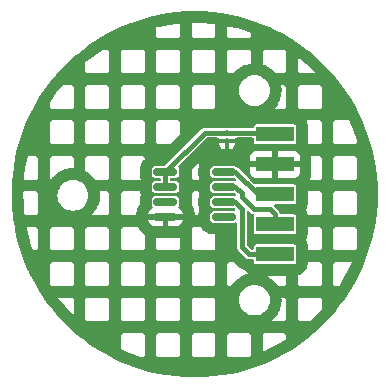
<source format=gbr>
%TF.GenerationSoftware,KiCad,Pcbnew,8.0.4*%
%TF.CreationDate,2024-09-16T16:17:47+01:00*%
%TF.ProjectId,algoritmi_motor,616c676f-7269-4746-9d69-5f6d6f746f72,rev?*%
%TF.SameCoordinates,Original*%
%TF.FileFunction,Copper,L1,Top*%
%TF.FilePolarity,Positive*%
%FSLAX46Y46*%
G04 Gerber Fmt 4.6, Leading zero omitted, Abs format (unit mm)*
G04 Created by KiCad (PCBNEW 8.0.4) date 2024-09-16 16:17:47*
%MOMM*%
%LPD*%
G01*
G04 APERTURE LIST*
G04 Aperture macros list*
%AMRoundRect*
0 Rectangle with rounded corners*
0 $1 Rounding radius*
0 $2 $3 $4 $5 $6 $7 $8 $9 X,Y pos of 4 corners*
0 Add a 4 corners polygon primitive as box body*
4,1,4,$2,$3,$4,$5,$6,$7,$8,$9,$2,$3,0*
0 Add four circle primitives for the rounded corners*
1,1,$1+$1,$2,$3*
1,1,$1+$1,$4,$5*
1,1,$1+$1,$6,$7*
1,1,$1+$1,$8,$9*
0 Add four rect primitives between the rounded corners*
20,1,$1+$1,$2,$3,$4,$5,0*
20,1,$1+$1,$4,$5,$6,$7,0*
20,1,$1+$1,$6,$7,$8,$9,0*
20,1,$1+$1,$8,$9,$2,$3,0*%
G04 Aperture macros list end*
%TA.AperFunction,SMDPad,CuDef*%
%ADD10R,3.180000X1.270000*%
%TD*%
%TA.AperFunction,SMDPad,CuDef*%
%ADD11RoundRect,0.150000X-0.825000X-0.150000X0.825000X-0.150000X0.825000X0.150000X-0.825000X0.150000X0*%
%TD*%
%TA.AperFunction,SMDPad,CuDef*%
%ADD12RoundRect,0.100000X-0.100000X0.130000X-0.100000X-0.130000X0.100000X-0.130000X0.100000X0.130000X0*%
%TD*%
%TA.AperFunction,Conductor*%
%ADD13C,0.400000*%
%TD*%
G04 APERTURE END LIST*
D10*
%TO.P,J1,1,1*%
%TO.N,+3.3V*%
X147800000Y-95263673D03*
%TO.P,J1,2,2*%
%TO.N,GND*%
X147800000Y-97803673D03*
%TO.P,J1,3,3*%
%TO.N,CSN*%
X147800000Y-100343673D03*
%TO.P,J1,4,4*%
%TO.N,CLK*%
X147800000Y-102883673D03*
%TO.P,J1,5,5*%
%TO.N,DO*%
X147800000Y-105423673D03*
%TD*%
D11*
%TO.P,U1,1,VDD*%
%TO.N,+3.3V*%
X138525000Y-98438673D03*
%TO.P,U1,2,MODE*%
X138525000Y-99708673D03*
%TO.P,U1,3,ANALOG/PWM*%
%TO.N,unconnected-(U1-ANALOG{slash}PWM-Pad3)*%
X138525000Y-100978673D03*
%TO.P,U1,4,GND*%
%TO.N,GND*%
X138525000Y-102248673D03*
%TO.P,U1,5,PUSH*%
%TO.N,unconnected-(U1-PUSH-Pad5)*%
X143475000Y-102248673D03*
%TO.P,U1,6,A/U/SDA/DO*%
%TO.N,DO*%
X143475000Y-100978673D03*
%TO.P,U1,7,B/V/SCL/CLK*%
%TO.N,CLK*%
X143475000Y-99708673D03*
%TO.P,U1,8,Z/W/CSN*%
%TO.N,CSN*%
X143475000Y-98438673D03*
%TD*%
D12*
%TO.P,C1,1*%
%TO.N,+3.3V*%
X143730000Y-95120000D03*
%TO.P,C1,2*%
%TO.N,GND*%
X143730000Y-95830000D03*
%TD*%
D13*
%TO.N,+3.3V*%
X138525000Y-98438673D02*
X141843673Y-95120000D01*
X141843673Y-95120000D02*
X147656327Y-95120000D01*
X138525000Y-99708673D02*
X138525000Y-98438673D01*
X147656327Y-95120000D02*
X147800000Y-95263673D01*
%TO.N,CSN*%
X146354999Y-100343673D02*
X147800000Y-100343673D01*
X144449999Y-98438673D02*
X146354999Y-100343673D01*
X143475000Y-98438673D02*
X144449999Y-98438673D01*
%TO.N,DO*%
X144378673Y-100978673D02*
X145000000Y-101600000D01*
X145000000Y-104800000D02*
X145623673Y-105423673D01*
X145623673Y-105423673D02*
X147800000Y-105423673D01*
X145000000Y-101600000D02*
X145000000Y-104800000D01*
X143475000Y-100978673D02*
X144378673Y-100978673D01*
%TO.N,CLK*%
X143475000Y-99708673D02*
X144449999Y-99708673D01*
X147800000Y-102000000D02*
X147800000Y-102883673D01*
X144449999Y-99708673D02*
X145000000Y-100258674D01*
X145000000Y-100568672D02*
X146031328Y-101600000D01*
X146031328Y-101600000D02*
X147400000Y-101600000D01*
X145000000Y-100258674D02*
X145000000Y-100568672D01*
X147400000Y-101600000D02*
X147800000Y-102000000D01*
%TD*%
%TA.AperFunction,Conductor*%
%TO.N,GND*%
G36*
X141781900Y-84863986D02*
G01*
X141788156Y-84864303D01*
X142564933Y-84923458D01*
X142571183Y-84924094D01*
X143343936Y-85022510D01*
X143350136Y-85023460D01*
X144116966Y-85160900D01*
X144123066Y-85162154D01*
X144881930Y-85338252D01*
X144887980Y-85339818D01*
X145636974Y-85554132D01*
X145642948Y-85556007D01*
X146380096Y-85807971D01*
X146385959Y-85810143D01*
X147109424Y-86099129D01*
X147115171Y-86101596D01*
X147365170Y-86216464D01*
X147823016Y-86426832D01*
X147828657Y-86429598D01*
X148519154Y-86790284D01*
X148524647Y-86793333D01*
X148776942Y-86941850D01*
X149195995Y-87188531D01*
X149201317Y-87191850D01*
X149851729Y-87620508D01*
X149856884Y-87624094D01*
X150484819Y-88085195D01*
X150489768Y-88089026D01*
X150680532Y-88244574D01*
X151093508Y-88581312D01*
X151098275Y-88585404D01*
X151676322Y-89107650D01*
X151680875Y-89111979D01*
X152231693Y-89662797D01*
X152236022Y-89667350D01*
X152758268Y-90245397D01*
X152762360Y-90250164D01*
X153254638Y-90853894D01*
X153258484Y-90858862D01*
X153719576Y-91486786D01*
X153723164Y-91491943D01*
X154151822Y-92142355D01*
X154155146Y-92147686D01*
X154550339Y-92819025D01*
X154553388Y-92824518D01*
X154914074Y-93515015D01*
X154916840Y-93520656D01*
X155242070Y-94228488D01*
X155244548Y-94234261D01*
X155533524Y-94957699D01*
X155535706Y-94963591D01*
X155787662Y-95700714D01*
X155789543Y-95706708D01*
X156003850Y-96455676D01*
X156005424Y-96461758D01*
X156181512Y-97220579D01*
X156182777Y-97226733D01*
X156320211Y-97993531D01*
X156321162Y-97999741D01*
X156419578Y-98772489D01*
X156420214Y-98778739D01*
X156479368Y-99555507D01*
X156479686Y-99561782D01*
X156499420Y-100340532D01*
X156499420Y-100346814D01*
X156479686Y-101125563D01*
X156479368Y-101131838D01*
X156420214Y-101908606D01*
X156419578Y-101914856D01*
X156321162Y-102687604D01*
X156320211Y-102693814D01*
X156182777Y-103460612D01*
X156181512Y-103466766D01*
X156005424Y-104225587D01*
X156003850Y-104231669D01*
X155789543Y-104980637D01*
X155787662Y-104986631D01*
X155535706Y-105723754D01*
X155533524Y-105729646D01*
X155244548Y-106453084D01*
X155242070Y-106458857D01*
X154916840Y-107166689D01*
X154914074Y-107172330D01*
X154553388Y-107862827D01*
X154550339Y-107868320D01*
X154155146Y-108539659D01*
X154151822Y-108544990D01*
X153723164Y-109195402D01*
X153719576Y-109200559D01*
X153258484Y-109828483D01*
X153254638Y-109833451D01*
X152762360Y-110437181D01*
X152758268Y-110441948D01*
X152236022Y-111019995D01*
X152231693Y-111024548D01*
X151680875Y-111575366D01*
X151676322Y-111579695D01*
X151098275Y-112101941D01*
X151093508Y-112106033D01*
X150489778Y-112598311D01*
X150484810Y-112602157D01*
X149856886Y-113063249D01*
X149851729Y-113066837D01*
X149201317Y-113495495D01*
X149195986Y-113498819D01*
X148524647Y-113894012D01*
X148519154Y-113897061D01*
X147828657Y-114257747D01*
X147823016Y-114260513D01*
X147115184Y-114585743D01*
X147109411Y-114588221D01*
X146385973Y-114877197D01*
X146380081Y-114879379D01*
X145642958Y-115131335D01*
X145636964Y-115133216D01*
X144887996Y-115347523D01*
X144881914Y-115349097D01*
X144123093Y-115525185D01*
X144116939Y-115526450D01*
X143350141Y-115663884D01*
X143343931Y-115664835D01*
X142571183Y-115763251D01*
X142564933Y-115763887D01*
X141788165Y-115823041D01*
X141781890Y-115823359D01*
X141003141Y-115843093D01*
X140996859Y-115843093D01*
X140218109Y-115823359D01*
X140211834Y-115823041D01*
X139435066Y-115763887D01*
X139428816Y-115763251D01*
X138656068Y-115664835D01*
X138649858Y-115663884D01*
X137883060Y-115526450D01*
X137876906Y-115525185D01*
X137118085Y-115349097D01*
X137112003Y-115347523D01*
X136363035Y-115133216D01*
X136357041Y-115131335D01*
X135619918Y-114879379D01*
X135614026Y-114877197D01*
X134890588Y-114588221D01*
X134884815Y-114585743D01*
X134176983Y-114260513D01*
X134171342Y-114257747D01*
X133480845Y-113897061D01*
X133475352Y-113894012D01*
X132804013Y-113498819D01*
X132798682Y-113495495D01*
X132148270Y-113066837D01*
X132143113Y-113063249D01*
X131515189Y-112602157D01*
X131510221Y-112598311D01*
X131509020Y-112597332D01*
X131387725Y-112498429D01*
X131076398Y-112244574D01*
X134748539Y-112244574D01*
X134748539Y-113424821D01*
X135281358Y-113669638D01*
X135963674Y-113942188D01*
X136408435Y-114094212D01*
X136598177Y-114094212D01*
X136750539Y-113941850D01*
X136750539Y-112244574D01*
X137748539Y-112244574D01*
X137748539Y-113941850D01*
X137900901Y-114094212D01*
X139598177Y-114094212D01*
X139750539Y-113941850D01*
X139750539Y-112244574D01*
X140748539Y-112244574D01*
X140748539Y-113941850D01*
X140900901Y-114094212D01*
X142598177Y-114094212D01*
X142750539Y-113941850D01*
X142750539Y-112244574D01*
X143748539Y-112244574D01*
X143748539Y-113941850D01*
X143900901Y-114094212D01*
X145591563Y-114094212D01*
X145601610Y-114090777D01*
X145750539Y-113941849D01*
X145750539Y-112244574D01*
X146748539Y-112244574D01*
X146748539Y-113655900D01*
X147386202Y-113362910D01*
X148037450Y-113022727D01*
X148670626Y-112649999D01*
X148750539Y-112597332D01*
X148750539Y-112244574D01*
X148598177Y-112092212D01*
X146900901Y-112092212D01*
X146748539Y-112244574D01*
X145750539Y-112244574D01*
X145598177Y-112092212D01*
X143900901Y-112092212D01*
X143748539Y-112244574D01*
X142750539Y-112244574D01*
X142598177Y-112092212D01*
X140900901Y-112092212D01*
X140748539Y-112244574D01*
X139750539Y-112244574D01*
X139598177Y-112092212D01*
X137900901Y-112092212D01*
X137748539Y-112244574D01*
X136750539Y-112244574D01*
X136598177Y-112092212D01*
X134900901Y-112092212D01*
X134748539Y-112244574D01*
X131076398Y-112244574D01*
X130906491Y-112106033D01*
X130901724Y-112101941D01*
X130323677Y-111579695D01*
X130319124Y-111575366D01*
X129768306Y-111024548D01*
X129763977Y-111019995D01*
X129241731Y-110441948D01*
X129237639Y-110437181D01*
X128745361Y-109833451D01*
X128741515Y-109828483D01*
X128695759Y-109766172D01*
X128280421Y-109200557D01*
X128276835Y-109195402D01*
X128208827Y-109092212D01*
X129439033Y-109092212D01*
X129532832Y-109219950D01*
X129997108Y-109789337D01*
X130489662Y-110334520D01*
X130750539Y-110595397D01*
X130750539Y-109244574D01*
X131748539Y-109244574D01*
X131748539Y-110941850D01*
X131900901Y-111094212D01*
X133598177Y-111094212D01*
X133750539Y-110941850D01*
X133750539Y-109244574D01*
X134748539Y-109244574D01*
X134748539Y-110941850D01*
X134900901Y-111094212D01*
X136598177Y-111094212D01*
X136750539Y-110941850D01*
X136750539Y-109244574D01*
X137748539Y-109244574D01*
X137748539Y-110941850D01*
X137900901Y-111094212D01*
X139598177Y-111094212D01*
X139750539Y-110941850D01*
X139750539Y-109244574D01*
X140748539Y-109244574D01*
X140748539Y-110941850D01*
X140900901Y-111094212D01*
X142598177Y-111094212D01*
X147502973Y-111094212D01*
X148598177Y-111094212D01*
X148750539Y-110941850D01*
X148750539Y-109244574D01*
X149748539Y-109244574D01*
X149748539Y-110941850D01*
X149900901Y-111094212D01*
X150724979Y-111094212D01*
X150990847Y-110854008D01*
X151510335Y-110334520D01*
X151750539Y-110068651D01*
X151750539Y-109244574D01*
X151598177Y-109092212D01*
X149900901Y-109092212D01*
X149748539Y-109244574D01*
X148750539Y-109244574D01*
X148598177Y-109092212D01*
X148345233Y-109092212D01*
X148357895Y-109236935D01*
X148358249Y-109242332D01*
X148359677Y-109275032D01*
X148359795Y-109280442D01*
X148359795Y-109324000D01*
X148359677Y-109329410D01*
X148358249Y-109362110D01*
X148357895Y-109367507D01*
X148334266Y-109637588D01*
X148333677Y-109642965D01*
X148329406Y-109675409D01*
X148328583Y-109680756D01*
X148321020Y-109723651D01*
X148319965Y-109728958D01*
X148312880Y-109760917D01*
X148311594Y-109766172D01*
X148241422Y-110028062D01*
X148239907Y-110033259D01*
X148230058Y-110064494D01*
X148228317Y-110069622D01*
X148213416Y-110110554D01*
X148211457Y-110115592D01*
X148198938Y-110145813D01*
X148196760Y-110150762D01*
X148082184Y-110396470D01*
X148079790Y-110401324D01*
X148064674Y-110430360D01*
X148062073Y-110435101D01*
X148040295Y-110472822D01*
X148037487Y-110477449D01*
X148019905Y-110505046D01*
X148016901Y-110509542D01*
X147861401Y-110731622D01*
X147858204Y-110735982D01*
X147838284Y-110761944D01*
X147834897Y-110766165D01*
X147806898Y-110799534D01*
X147803330Y-110803602D01*
X147781212Y-110827740D01*
X147777470Y-110831649D01*
X147585755Y-111023364D01*
X147581846Y-111027106D01*
X147557708Y-111049224D01*
X147553640Y-111052792D01*
X147520271Y-111080791D01*
X147516050Y-111084178D01*
X147502973Y-111094212D01*
X142598177Y-111094212D01*
X142750539Y-110941850D01*
X142750539Y-109302219D01*
X144750859Y-109302219D01*
X144750859Y-109302222D01*
X144770691Y-109528907D01*
X144770693Y-109528918D01*
X144829585Y-109748709D01*
X144829588Y-109748718D01*
X144925758Y-109954953D01*
X144925759Y-109954955D01*
X145056281Y-110141362D01*
X145217185Y-110302266D01*
X145217188Y-110302268D01*
X145403593Y-110432789D01*
X145609831Y-110528960D01*
X145829635Y-110587856D01*
X145991557Y-110602022D01*
X146056325Y-110607689D01*
X146056327Y-110607689D01*
X146056329Y-110607689D01*
X146113000Y-110602730D01*
X146283019Y-110587856D01*
X146502823Y-110528960D01*
X146709061Y-110432789D01*
X146895466Y-110302268D01*
X147056374Y-110141360D01*
X147186895Y-109954955D01*
X147283066Y-109748717D01*
X147341962Y-109528913D01*
X147361795Y-109302221D01*
X147341962Y-109075529D01*
X147283066Y-108855725D01*
X147186895Y-108649487D01*
X147056374Y-108463082D01*
X147056372Y-108463079D01*
X146895468Y-108302175D01*
X146709061Y-108171653D01*
X146709059Y-108171652D01*
X146502824Y-108075482D01*
X146502815Y-108075479D01*
X146283024Y-108016587D01*
X146283020Y-108016586D01*
X146283019Y-108016586D01*
X146283018Y-108016585D01*
X146283013Y-108016585D01*
X146056329Y-107996753D01*
X146056325Y-107996753D01*
X145829640Y-108016585D01*
X145829629Y-108016587D01*
X145609838Y-108075479D01*
X145609829Y-108075482D01*
X145403594Y-108171652D01*
X145403592Y-108171653D01*
X145217185Y-108302175D01*
X145056281Y-108463079D01*
X144925759Y-108649486D01*
X144925758Y-108649488D01*
X144829588Y-108855723D01*
X144829585Y-108855732D01*
X144770693Y-109075523D01*
X144770691Y-109075534D01*
X144750859Y-109302219D01*
X142750539Y-109302219D01*
X142750539Y-109244574D01*
X142598177Y-109092212D01*
X140900901Y-109092212D01*
X140748539Y-109244574D01*
X139750539Y-109244574D01*
X139598177Y-109092212D01*
X137900901Y-109092212D01*
X137748539Y-109244574D01*
X136750539Y-109244574D01*
X136598177Y-109092212D01*
X134900901Y-109092212D01*
X134748539Y-109244574D01*
X133750539Y-109244574D01*
X133598177Y-109092212D01*
X131900901Y-109092212D01*
X131748539Y-109244574D01*
X130750539Y-109244574D01*
X130598177Y-109092212D01*
X129439033Y-109092212D01*
X128208827Y-109092212D01*
X128152846Y-109007271D01*
X127848172Y-108544983D01*
X127844853Y-108539659D01*
X127449660Y-107868320D01*
X127446611Y-107862827D01*
X127085925Y-107172330D01*
X127083159Y-107166689D01*
X126980658Y-106943606D01*
X126757923Y-106458844D01*
X126755451Y-106453084D01*
X126730862Y-106391527D01*
X126672162Y-106244574D01*
X128748539Y-106244574D01*
X128748539Y-107941850D01*
X128900901Y-108094212D01*
X130598177Y-108094212D01*
X130750539Y-107941850D01*
X130750539Y-106244574D01*
X131748539Y-106244574D01*
X131748539Y-107941850D01*
X131900901Y-108094212D01*
X133598177Y-108094212D01*
X133750539Y-107941850D01*
X133750539Y-106244574D01*
X134748539Y-106244574D01*
X134748539Y-107941850D01*
X134900901Y-108094212D01*
X136598177Y-108094212D01*
X136750539Y-107941850D01*
X136750539Y-106244574D01*
X137748539Y-106244574D01*
X137748539Y-107941850D01*
X137900901Y-108094212D01*
X139598177Y-108094212D01*
X139750539Y-107941850D01*
X139750539Y-106244574D01*
X140748539Y-106244574D01*
X140748539Y-107941850D01*
X140900901Y-108094212D01*
X142598177Y-108094212D01*
X142750539Y-107941850D01*
X142750539Y-106244574D01*
X143748539Y-106244574D01*
X143748539Y-107941850D01*
X143900901Y-108094212D01*
X144096235Y-108094212D01*
X144251253Y-107872820D01*
X144254450Y-107868460D01*
X144274370Y-107842498D01*
X144277757Y-107838277D01*
X144305756Y-107804908D01*
X144309324Y-107800840D01*
X144331442Y-107776702D01*
X144335184Y-107772793D01*
X144526899Y-107581078D01*
X144530808Y-107577336D01*
X144554946Y-107555218D01*
X144559014Y-107551650D01*
X144592383Y-107523651D01*
X144596604Y-107520264D01*
X144622566Y-107500344D01*
X144626926Y-107497147D01*
X144849006Y-107341647D01*
X144853502Y-107338643D01*
X144881099Y-107321061D01*
X144885726Y-107318253D01*
X144923447Y-107296475D01*
X144928188Y-107293874D01*
X144957224Y-107278758D01*
X144962078Y-107276364D01*
X145003233Y-107257173D01*
X147109421Y-107257173D01*
X147150576Y-107276364D01*
X147155430Y-107278758D01*
X147184466Y-107293874D01*
X147189207Y-107296475D01*
X147226928Y-107318253D01*
X147231555Y-107321061D01*
X147259152Y-107338643D01*
X147263648Y-107341647D01*
X147485728Y-107497147D01*
X147490088Y-107500344D01*
X147516050Y-107520264D01*
X147520271Y-107523651D01*
X147553640Y-107551650D01*
X147557708Y-107555218D01*
X147581846Y-107577336D01*
X147585755Y-107581078D01*
X147777470Y-107772793D01*
X147781212Y-107776702D01*
X147803330Y-107800840D01*
X147806898Y-107804908D01*
X147834897Y-107838277D01*
X147838284Y-107842498D01*
X147858204Y-107868460D01*
X147861401Y-107872820D01*
X148016419Y-108094212D01*
X148598177Y-108094212D01*
X148750539Y-107941850D01*
X148750539Y-107257173D01*
X147109421Y-107257173D01*
X145003233Y-107257173D01*
X145112879Y-107206044D01*
X149748539Y-107206044D01*
X149748539Y-107941850D01*
X149900901Y-108094212D01*
X151598177Y-108094212D01*
X151750539Y-107941850D01*
X151750539Y-106244574D01*
X152748539Y-106244574D01*
X152748539Y-107941850D01*
X152900901Y-108094212D01*
X153253660Y-108094212D01*
X153306326Y-108014299D01*
X153679054Y-107381123D01*
X154019237Y-106729875D01*
X154312228Y-106092212D01*
X152900901Y-106092212D01*
X152748539Y-106244574D01*
X151750539Y-106244574D01*
X151598177Y-106092212D01*
X150588500Y-106092212D01*
X150588500Y-106102921D01*
X150588351Y-106109004D01*
X150586545Y-106145776D01*
X150586097Y-106151846D01*
X150581294Y-106200617D01*
X150580549Y-106206656D01*
X150575146Y-106243086D01*
X150574105Y-106249086D01*
X150548119Y-106379724D01*
X150545163Y-106391527D01*
X150523770Y-106462050D01*
X150519669Y-106473510D01*
X150482119Y-106564158D01*
X150476917Y-106575157D01*
X150442181Y-106640142D01*
X150435925Y-106650579D01*
X150337101Y-106798478D01*
X150329852Y-106808252D01*
X150283105Y-106865213D01*
X150274933Y-106874229D01*
X150205556Y-106943606D01*
X150196540Y-106951778D01*
X150139579Y-106998525D01*
X150129805Y-107005774D01*
X149981906Y-107104598D01*
X149971469Y-107110854D01*
X149906484Y-107145590D01*
X149895485Y-107150792D01*
X149804837Y-107188342D01*
X149793377Y-107192443D01*
X149748539Y-107206044D01*
X145112879Y-107206044D01*
X145207786Y-107161788D01*
X145212735Y-107159610D01*
X145242956Y-107147091D01*
X145247994Y-107145132D01*
X145288926Y-107130231D01*
X145294054Y-107128490D01*
X145325289Y-107118641D01*
X145330486Y-107117126D01*
X145549155Y-107058534D01*
X145470195Y-107005774D01*
X145460421Y-106998525D01*
X145403460Y-106951778D01*
X145394444Y-106943606D01*
X145325067Y-106874229D01*
X145316895Y-106865213D01*
X145270148Y-106808252D01*
X145262899Y-106798478D01*
X145243657Y-106769681D01*
X145179227Y-106752418D01*
X145171464Y-106750063D01*
X145124977Y-106734284D01*
X145117384Y-106731427D01*
X145056996Y-106706416D01*
X145049604Y-106703067D01*
X145005547Y-106681342D01*
X144998387Y-106677514D01*
X144850451Y-106592101D01*
X144843561Y-106587817D01*
X144802729Y-106560534D01*
X144796132Y-106555807D01*
X144744281Y-106516019D01*
X144738008Y-106510871D01*
X144701094Y-106478497D01*
X144695174Y-106472951D01*
X144314435Y-106092212D01*
X143900901Y-106092212D01*
X143748539Y-106244574D01*
X142750539Y-106244574D01*
X142598177Y-106092212D01*
X140900901Y-106092212D01*
X140748539Y-106244574D01*
X139750539Y-106244574D01*
X139598177Y-106092212D01*
X137900901Y-106092212D01*
X137748539Y-106244574D01*
X136750539Y-106244574D01*
X136598177Y-106092212D01*
X134900901Y-106092212D01*
X134748539Y-106244574D01*
X133750539Y-106244574D01*
X133598177Y-106092212D01*
X131900901Y-106092212D01*
X131748539Y-106244574D01*
X130750539Y-106244574D01*
X130598177Y-106092212D01*
X128900901Y-106092212D01*
X128748539Y-106244574D01*
X126672162Y-106244574D01*
X126466470Y-105729632D01*
X126464293Y-105723754D01*
X126249109Y-105094212D01*
X126212334Y-104986621D01*
X126210456Y-104980637D01*
X125996145Y-104231653D01*
X125994575Y-104225587D01*
X125818481Y-103466739D01*
X125817227Y-103460639D01*
X125751193Y-103092212D01*
X126765095Y-103092212D01*
X126795660Y-103262748D01*
X126961729Y-103978391D01*
X127163862Y-104684814D01*
X127303798Y-105094212D01*
X127598177Y-105094212D01*
X127750539Y-104941850D01*
X127750539Y-103244574D01*
X128748539Y-103244574D01*
X128748539Y-104941850D01*
X128900901Y-105094212D01*
X130598177Y-105094212D01*
X130750539Y-104941850D01*
X130750539Y-103244574D01*
X131748539Y-103244574D01*
X131748539Y-104941850D01*
X131900901Y-105094212D01*
X133598177Y-105094212D01*
X133750539Y-104941850D01*
X133750539Y-103244574D01*
X134748539Y-103244574D01*
X134748539Y-104941850D01*
X134900901Y-105094212D01*
X136598177Y-105094212D01*
X136750539Y-104941850D01*
X136750539Y-104046673D01*
X137748539Y-104046673D01*
X137748539Y-104941850D01*
X137900901Y-105094212D01*
X139598177Y-105094212D01*
X139750539Y-104941850D01*
X139750539Y-103998446D01*
X139706456Y-104011254D01*
X139700339Y-104012864D01*
X139663075Y-104021657D01*
X139656877Y-104022953D01*
X139606737Y-104032111D01*
X139600483Y-104033089D01*
X139562497Y-104038040D01*
X139556199Y-104038698D01*
X139476816Y-104044945D01*
X139471951Y-104045232D01*
X139437654Y-104046578D01*
X139432791Y-104046673D01*
X138574454Y-104046673D01*
X138527000Y-104037234D01*
X138525000Y-104036405D01*
X138523000Y-104037234D01*
X138475546Y-104046673D01*
X137748539Y-104046673D01*
X136750539Y-104046673D01*
X136750539Y-103750951D01*
X136717861Y-103728743D01*
X136711562Y-103724166D01*
X136661985Y-103685712D01*
X136655981Y-103680745D01*
X136620616Y-103649567D01*
X136614937Y-103644234D01*
X136454439Y-103483736D01*
X136449106Y-103478057D01*
X136417928Y-103442692D01*
X136412961Y-103436688D01*
X136374507Y-103387111D01*
X136369930Y-103380812D01*
X136343437Y-103341829D01*
X136339263Y-103335251D01*
X136301459Y-103271328D01*
X140748539Y-103271328D01*
X140748539Y-104941850D01*
X140900901Y-105094212D01*
X142598177Y-105094212D01*
X142750539Y-104941850D01*
X142750539Y-103747173D01*
X142598680Y-103747173D01*
X142594194Y-103747092D01*
X142567067Y-103746110D01*
X142562586Y-103745866D01*
X142526576Y-103743255D01*
X142522112Y-103742850D01*
X142495156Y-103739913D01*
X142490709Y-103739347D01*
X142366417Y-103721238D01*
X142356971Y-103719486D01*
X142300245Y-103706671D01*
X142290962Y-103704192D01*
X142216994Y-103681337D01*
X142207930Y-103678147D01*
X142153857Y-103656725D01*
X142145068Y-103652843D01*
X141968104Y-103566331D01*
X141959092Y-103561454D01*
X141905800Y-103529700D01*
X141897219Y-103524094D01*
X141830002Y-103476103D01*
X141821915Y-103469808D01*
X141774568Y-103429708D01*
X141767027Y-103422766D01*
X141625907Y-103281646D01*
X141618965Y-103274105D01*
X141578865Y-103226758D01*
X141572570Y-103218671D01*
X141524579Y-103151454D01*
X141518973Y-103142873D01*
X141488787Y-103092212D01*
X140900902Y-103092212D01*
X140787261Y-103205851D01*
X140748539Y-103271328D01*
X136301459Y-103271328D01*
X136223732Y-103139897D01*
X136219981Y-103133074D01*
X136199159Y-103092212D01*
X134900901Y-103092212D01*
X134748539Y-103244574D01*
X133750539Y-103244574D01*
X133598177Y-103092212D01*
X131900901Y-103092212D01*
X131748539Y-103244574D01*
X130750539Y-103244574D01*
X130598177Y-103092212D01*
X128900901Y-103092212D01*
X128748539Y-103244574D01*
X127750539Y-103244574D01*
X127598177Y-103092212D01*
X126765095Y-103092212D01*
X125751193Y-103092212D01*
X125679787Y-102693809D01*
X125678837Y-102687604D01*
X125654952Y-102500066D01*
X125654775Y-102498674D01*
X137052704Y-102498674D01*
X137052899Y-102501159D01*
X137098718Y-102658871D01*
X137182314Y-102800225D01*
X137182321Y-102800234D01*
X137298438Y-102916351D01*
X137298447Y-102916358D01*
X137439803Y-102999955D01*
X137439806Y-102999956D01*
X137597504Y-103045772D01*
X137597510Y-103045773D01*
X137634350Y-103048672D01*
X137634366Y-103048673D01*
X138275000Y-103048673D01*
X138775000Y-103048673D01*
X139415634Y-103048673D01*
X139415649Y-103048672D01*
X139452489Y-103045773D01*
X139452495Y-103045772D01*
X139610193Y-102999956D01*
X139610196Y-102999955D01*
X139751552Y-102916358D01*
X139751561Y-102916351D01*
X139867678Y-102800234D01*
X139867685Y-102800225D01*
X139951281Y-102658871D01*
X139997100Y-102501159D01*
X139997295Y-102498674D01*
X139997295Y-102498673D01*
X138775000Y-102498673D01*
X138775000Y-103048673D01*
X138275000Y-103048673D01*
X138275000Y-102498673D01*
X137052705Y-102498673D01*
X137052704Y-102498674D01*
X125654775Y-102498674D01*
X125580421Y-101914856D01*
X125579785Y-101908606D01*
X125564596Y-101709158D01*
X125520630Y-101131829D01*
X125520313Y-101125563D01*
X125517514Y-101015095D01*
X125500579Y-100346790D01*
X125500579Y-100343672D01*
X126498818Y-100343672D01*
X126517430Y-101078120D01*
X126573224Y-101810765D01*
X126609324Y-102094212D01*
X127598177Y-102094212D01*
X132264566Y-102094212D01*
X133598177Y-102094212D01*
X133750539Y-101941850D01*
X133750539Y-100244574D01*
X134748539Y-100244574D01*
X134748539Y-101941850D01*
X134900901Y-102094212D01*
X136044103Y-102094212D01*
X136051620Y-101998671D01*
X137052704Y-101998671D01*
X137052705Y-101998673D01*
X139997295Y-101998673D01*
X139997295Y-101998671D01*
X139997100Y-101996186D01*
X139951281Y-101838474D01*
X139867685Y-101697120D01*
X139867678Y-101697111D01*
X139751561Y-101580994D01*
X139751552Y-101580987D01*
X139664074Y-101529253D01*
X139616390Y-101478184D01*
X139603887Y-101409442D01*
X139630532Y-101344853D01*
X139639074Y-101335329D01*
X139639195Y-101335159D01*
X139639198Y-101335156D01*
X139690573Y-101230066D01*
X139700500Y-101161933D01*
X139700500Y-100795413D01*
X139690573Y-100727280D01*
X139639198Y-100622190D01*
X139639196Y-100622188D01*
X139639196Y-100622187D01*
X139556485Y-100539476D01*
X139548646Y-100535644D01*
X139451393Y-100488100D01*
X139451391Y-100488099D01*
X139383261Y-100478173D01*
X139383260Y-100478173D01*
X137666740Y-100478173D01*
X137666739Y-100478173D01*
X137598608Y-100488099D01*
X137493514Y-100539476D01*
X137410803Y-100622187D01*
X137359426Y-100727281D01*
X137349500Y-100795412D01*
X137349500Y-101161933D01*
X137359426Y-101230064D01*
X137359427Y-101230066D01*
X137410802Y-101335156D01*
X137410803Y-101335157D01*
X137410804Y-101335159D01*
X137416773Y-101343520D01*
X137415658Y-101344315D01*
X137443970Y-101396163D01*
X137438986Y-101465855D01*
X137397114Y-101521788D01*
X137385926Y-101529253D01*
X137298444Y-101580990D01*
X137298438Y-101580994D01*
X137182321Y-101697111D01*
X137182314Y-101697120D01*
X137098718Y-101838474D01*
X137052899Y-101996186D01*
X137052704Y-101998671D01*
X136051620Y-101998671D01*
X136059974Y-101892489D01*
X136060632Y-101886192D01*
X136065583Y-101848198D01*
X136066561Y-101841941D01*
X136075720Y-101791797D01*
X136077016Y-101785602D01*
X136085808Y-101748339D01*
X136087418Y-101742219D01*
X136149099Y-101529911D01*
X136151506Y-101522502D01*
X136167479Y-101478136D01*
X136170348Y-101470890D01*
X136195268Y-101413309D01*
X136198585Y-101406261D01*
X136219981Y-101364272D01*
X136223732Y-101357449D01*
X136339263Y-101162095D01*
X136343437Y-101155517D01*
X136351500Y-101143652D01*
X136351500Y-100777353D01*
X136351581Y-100772867D01*
X136352563Y-100745740D01*
X136352807Y-100741259D01*
X136355418Y-100705249D01*
X136355823Y-100700785D01*
X136358760Y-100673829D01*
X136359326Y-100669382D01*
X136377435Y-100545090D01*
X136379187Y-100535644D01*
X136392002Y-100478918D01*
X136394481Y-100469635D01*
X136417336Y-100395667D01*
X136420526Y-100386603D01*
X136437533Y-100343673D01*
X136420526Y-100300743D01*
X136417336Y-100291679D01*
X136402781Y-100244574D01*
X140748539Y-100244574D01*
X140748539Y-101226014D01*
X140826268Y-101357449D01*
X140830019Y-101364272D01*
X140851415Y-101406261D01*
X140854732Y-101413309D01*
X140879652Y-101470890D01*
X140882521Y-101478136D01*
X140898494Y-101522502D01*
X140900901Y-101529911D01*
X140962582Y-101742219D01*
X140964192Y-101748339D01*
X140972984Y-101785602D01*
X140974280Y-101791797D01*
X140983439Y-101841941D01*
X140984417Y-101848198D01*
X140989368Y-101886192D01*
X140990026Y-101892489D01*
X141005897Y-102094212D01*
X141301500Y-102094212D01*
X141301500Y-102047353D01*
X141301581Y-102042867D01*
X141302563Y-102015740D01*
X141302807Y-102011259D01*
X141305418Y-101975249D01*
X141305823Y-101970785D01*
X141308760Y-101943829D01*
X141309326Y-101939382D01*
X141327435Y-101815090D01*
X141329187Y-101805644D01*
X141342002Y-101748918D01*
X141344481Y-101739635D01*
X141367336Y-101665667D01*
X141370526Y-101656603D01*
X141387533Y-101613673D01*
X141370526Y-101570743D01*
X141367336Y-101561679D01*
X141344481Y-101487711D01*
X141342002Y-101478428D01*
X141329187Y-101421702D01*
X141327435Y-101412256D01*
X141309326Y-101287964D01*
X141308760Y-101283517D01*
X141305823Y-101256561D01*
X141305418Y-101252097D01*
X141302807Y-101216087D01*
X141302563Y-101211606D01*
X141301581Y-101184479D01*
X141301500Y-101179993D01*
X141301500Y-100777353D01*
X141301581Y-100772867D01*
X141302563Y-100745740D01*
X141302807Y-100741259D01*
X141305418Y-100705249D01*
X141305823Y-100700785D01*
X141308760Y-100673829D01*
X141309326Y-100669382D01*
X141327435Y-100545090D01*
X141329187Y-100535644D01*
X141342002Y-100478918D01*
X141344481Y-100469635D01*
X141367336Y-100395667D01*
X141370526Y-100386603D01*
X141387533Y-100343673D01*
X141370526Y-100300743D01*
X141367336Y-100291679D01*
X141344481Y-100217711D01*
X141342002Y-100208428D01*
X141329187Y-100151702D01*
X141327435Y-100142256D01*
X141320144Y-100092212D01*
X140900901Y-100092212D01*
X140748539Y-100244574D01*
X136402781Y-100244574D01*
X136394481Y-100217711D01*
X136392002Y-100208428D01*
X136379187Y-100151702D01*
X136377435Y-100142256D01*
X136370144Y-100092212D01*
X134900901Y-100092212D01*
X134748539Y-100244574D01*
X133750539Y-100244574D01*
X133598177Y-100092212D01*
X132962976Y-100092212D01*
X132986250Y-100358239D01*
X132986604Y-100363636D01*
X132988032Y-100396336D01*
X132988150Y-100401746D01*
X132988150Y-100445304D01*
X132988032Y-100450714D01*
X132986604Y-100483414D01*
X132986250Y-100488811D01*
X132962621Y-100758892D01*
X132962032Y-100764269D01*
X132957761Y-100796713D01*
X132956938Y-100802060D01*
X132949375Y-100844955D01*
X132948320Y-100850262D01*
X132941235Y-100882221D01*
X132939949Y-100887476D01*
X132869777Y-101149366D01*
X132868262Y-101154563D01*
X132858413Y-101185798D01*
X132856672Y-101190926D01*
X132841771Y-101231858D01*
X132839812Y-101236896D01*
X132827293Y-101267117D01*
X132825115Y-101272066D01*
X132710539Y-101517774D01*
X132708145Y-101522628D01*
X132693029Y-101551664D01*
X132690428Y-101556405D01*
X132668650Y-101594126D01*
X132665842Y-101598753D01*
X132648260Y-101626350D01*
X132645256Y-101630846D01*
X132489756Y-101852926D01*
X132486559Y-101857286D01*
X132466639Y-101883248D01*
X132463252Y-101887469D01*
X132435253Y-101920838D01*
X132431685Y-101924906D01*
X132409567Y-101949044D01*
X132405825Y-101952953D01*
X132264566Y-102094212D01*
X127598177Y-102094212D01*
X127750539Y-101941850D01*
X127750539Y-100423523D01*
X129379214Y-100423523D01*
X129379214Y-100423526D01*
X129399046Y-100650211D01*
X129399048Y-100650222D01*
X129457940Y-100870013D01*
X129457943Y-100870022D01*
X129554113Y-101076257D01*
X129554114Y-101076259D01*
X129684636Y-101262666D01*
X129845540Y-101423570D01*
X129845543Y-101423572D01*
X130031948Y-101554093D01*
X130238186Y-101650264D01*
X130238191Y-101650265D01*
X130238193Y-101650266D01*
X130291097Y-101664441D01*
X130457990Y-101709160D01*
X130606272Y-101722133D01*
X130684680Y-101728993D01*
X130684682Y-101728993D01*
X130684684Y-101728993D01*
X130748153Y-101723440D01*
X130911374Y-101709160D01*
X131131178Y-101650264D01*
X131337416Y-101554093D01*
X131523821Y-101423572D01*
X131684729Y-101262664D01*
X131815250Y-101076259D01*
X131911421Y-100870021D01*
X131970317Y-100650217D01*
X131990150Y-100423525D01*
X131970317Y-100196833D01*
X131911421Y-99977029D01*
X131815250Y-99770791D01*
X131684729Y-99584386D01*
X131684727Y-99584383D01*
X131523823Y-99423479D01*
X131337416Y-99292957D01*
X131337414Y-99292956D01*
X131131179Y-99196786D01*
X131131170Y-99196783D01*
X130911379Y-99137891D01*
X130911375Y-99137890D01*
X130911374Y-99137890D01*
X130911373Y-99137889D01*
X130911368Y-99137889D01*
X130684684Y-99118057D01*
X130684680Y-99118057D01*
X130457995Y-99137889D01*
X130457984Y-99137891D01*
X130238193Y-99196783D01*
X130238184Y-99196786D01*
X130031949Y-99292956D01*
X130031947Y-99292957D01*
X129845540Y-99423479D01*
X129684636Y-99584383D01*
X129554114Y-99770790D01*
X129554113Y-99770792D01*
X129457943Y-99977027D01*
X129457940Y-99977036D01*
X129399048Y-100196827D01*
X129399046Y-100196838D01*
X129379214Y-100423523D01*
X127750539Y-100423523D01*
X127750539Y-100244574D01*
X127598177Y-100092212D01*
X126505191Y-100092212D01*
X126498818Y-100343672D01*
X125500579Y-100343672D01*
X125500579Y-100340555D01*
X125520313Y-99561770D01*
X125520631Y-99555507D01*
X125522306Y-99533522D01*
X125555761Y-99094212D01*
X126556650Y-99094212D01*
X127598177Y-99094212D01*
X127750539Y-98941850D01*
X127750539Y-97244574D01*
X128748539Y-97244574D01*
X128748539Y-98941850D01*
X128847157Y-99040468D01*
X128879608Y-98994124D01*
X128882805Y-98989764D01*
X128902725Y-98963802D01*
X128906112Y-98959581D01*
X128934111Y-98926212D01*
X128937679Y-98922144D01*
X128959797Y-98898006D01*
X128963539Y-98894097D01*
X129155254Y-98702382D01*
X129159163Y-98698640D01*
X129183301Y-98676522D01*
X129187369Y-98672954D01*
X129220738Y-98644955D01*
X129224959Y-98641568D01*
X129250921Y-98621648D01*
X129255281Y-98618451D01*
X129477361Y-98462951D01*
X129481857Y-98459947D01*
X129509454Y-98442365D01*
X129514081Y-98439557D01*
X129551802Y-98417779D01*
X129556543Y-98415178D01*
X129585579Y-98400062D01*
X129590433Y-98397668D01*
X129836141Y-98283092D01*
X129841090Y-98280914D01*
X129871311Y-98268395D01*
X129876349Y-98266436D01*
X129917281Y-98251535D01*
X129922409Y-98249794D01*
X129953644Y-98239945D01*
X129958841Y-98238430D01*
X130220731Y-98168258D01*
X130225986Y-98166972D01*
X130257945Y-98159887D01*
X130263252Y-98158832D01*
X130306147Y-98151269D01*
X130311494Y-98150446D01*
X130343938Y-98146175D01*
X130349315Y-98145586D01*
X130619396Y-98121957D01*
X130624793Y-98121603D01*
X130657493Y-98120175D01*
X130662903Y-98120057D01*
X130706461Y-98120057D01*
X130711871Y-98120175D01*
X130744571Y-98121603D01*
X130749968Y-98121957D01*
X130750539Y-98122006D01*
X130750539Y-97244574D01*
X131748539Y-97244574D01*
X131748539Y-98383495D01*
X131778931Y-98397668D01*
X131783785Y-98400062D01*
X131812821Y-98415178D01*
X131817562Y-98417779D01*
X131855283Y-98439557D01*
X131859910Y-98442365D01*
X131887507Y-98459947D01*
X131892003Y-98462951D01*
X132114083Y-98618451D01*
X132118443Y-98621648D01*
X132144405Y-98641568D01*
X132148626Y-98644955D01*
X132181995Y-98672954D01*
X132186063Y-98676522D01*
X132210201Y-98698640D01*
X132214110Y-98702382D01*
X132405825Y-98894097D01*
X132409567Y-98898006D01*
X132431685Y-98922144D01*
X132435253Y-98926212D01*
X132463252Y-98959581D01*
X132466639Y-98963802D01*
X132486559Y-98989764D01*
X132489756Y-98994124D01*
X132559838Y-99094212D01*
X133598177Y-99094212D01*
X133750539Y-98941850D01*
X133750539Y-97244574D01*
X134748539Y-97244574D01*
X134748539Y-98941850D01*
X134900901Y-99094212D01*
X136429397Y-99094212D01*
X136437533Y-99073673D01*
X136420526Y-99030743D01*
X136417336Y-99021679D01*
X136394481Y-98947711D01*
X136392002Y-98938428D01*
X136379187Y-98881702D01*
X136377435Y-98872256D01*
X136359326Y-98747964D01*
X136358760Y-98743517D01*
X136355823Y-98716561D01*
X136355418Y-98712097D01*
X136352807Y-98676087D01*
X136352563Y-98671606D01*
X136351581Y-98644479D01*
X136351500Y-98639993D01*
X136351500Y-98255412D01*
X137349500Y-98255412D01*
X137349500Y-98621933D01*
X137359426Y-98690064D01*
X137410803Y-98795158D01*
X137493514Y-98877869D01*
X137493515Y-98877869D01*
X137493517Y-98877871D01*
X137598607Y-98929246D01*
X137632673Y-98934209D01*
X137666739Y-98939173D01*
X137666740Y-98939173D01*
X138000500Y-98939173D01*
X138067539Y-98958858D01*
X138113294Y-99011662D01*
X138124500Y-99063173D01*
X138124500Y-99084173D01*
X138104815Y-99151212D01*
X138052011Y-99196967D01*
X138000500Y-99208173D01*
X137666739Y-99208173D01*
X137598608Y-99218099D01*
X137493514Y-99269476D01*
X137410803Y-99352187D01*
X137359426Y-99457281D01*
X137349500Y-99525412D01*
X137349500Y-99891933D01*
X137359426Y-99960064D01*
X137410803Y-100065158D01*
X137493514Y-100147869D01*
X137493515Y-100147869D01*
X137493517Y-100147871D01*
X137598607Y-100199246D01*
X137632673Y-100204209D01*
X137666739Y-100209173D01*
X137666740Y-100209173D01*
X139383261Y-100209173D01*
X139405971Y-100205864D01*
X139451393Y-100199246D01*
X139556483Y-100147871D01*
X139639198Y-100065156D01*
X139690573Y-99960066D01*
X139700500Y-99891933D01*
X139700500Y-99525413D01*
X139690573Y-99457280D01*
X139639198Y-99352190D01*
X139639196Y-99352188D01*
X139639196Y-99352187D01*
X139556485Y-99269476D01*
X139451391Y-99218099D01*
X139383261Y-99208173D01*
X139383260Y-99208173D01*
X139049500Y-99208173D01*
X138982461Y-99188488D01*
X138936706Y-99135684D01*
X138925500Y-99084173D01*
X138925500Y-99063173D01*
X138945185Y-98996134D01*
X138997989Y-98950379D01*
X139049500Y-98939173D01*
X139383261Y-98939173D01*
X139405971Y-98935864D01*
X139451393Y-98929246D01*
X139556483Y-98877871D01*
X139639198Y-98795156D01*
X139690573Y-98690066D01*
X139700500Y-98621933D01*
X139700500Y-98255413D01*
X139691393Y-98192909D01*
X140748539Y-98192909D01*
X140748539Y-98941850D01*
X140900901Y-99094212D01*
X141379397Y-99094212D01*
X141387533Y-99073673D01*
X141370526Y-99030743D01*
X141367336Y-99021679D01*
X141344481Y-98947711D01*
X141342002Y-98938428D01*
X141329187Y-98881702D01*
X141327435Y-98872256D01*
X141309326Y-98747964D01*
X141308760Y-98743517D01*
X141305823Y-98716561D01*
X141305418Y-98712097D01*
X141302807Y-98676087D01*
X141302563Y-98671606D01*
X141301581Y-98644479D01*
X141301500Y-98639993D01*
X141301500Y-98255412D01*
X142299500Y-98255412D01*
X142299500Y-98621933D01*
X142309426Y-98690064D01*
X142360803Y-98795158D01*
X142443514Y-98877869D01*
X142443515Y-98877869D01*
X142443517Y-98877871D01*
X142548607Y-98929246D01*
X142582673Y-98934209D01*
X142616739Y-98939173D01*
X144332744Y-98939173D01*
X144399783Y-98958858D01*
X144420425Y-98975492D01*
X144443386Y-98998453D01*
X144476871Y-99059776D01*
X144471887Y-99129468D01*
X144430015Y-99185401D01*
X144364551Y-99209818D01*
X144337831Y-99208839D01*
X144333260Y-99208173D01*
X142616740Y-99208173D01*
X142616739Y-99208173D01*
X142548608Y-99218099D01*
X142443514Y-99269476D01*
X142360803Y-99352187D01*
X142309426Y-99457281D01*
X142299500Y-99525412D01*
X142299500Y-99891933D01*
X142309426Y-99960064D01*
X142360803Y-100065158D01*
X142443514Y-100147869D01*
X142443515Y-100147869D01*
X142443517Y-100147871D01*
X142548607Y-100199246D01*
X142582673Y-100204209D01*
X142616739Y-100209173D01*
X144332744Y-100209173D01*
X144399783Y-100228858D01*
X144420425Y-100245492D01*
X144443386Y-100268453D01*
X144476871Y-100329776D01*
X144471887Y-100399468D01*
X144430015Y-100455401D01*
X144364551Y-100479818D01*
X144337831Y-100478839D01*
X144333260Y-100478173D01*
X142616740Y-100478173D01*
X142616739Y-100478173D01*
X142548608Y-100488099D01*
X142443514Y-100539476D01*
X142360803Y-100622187D01*
X142309426Y-100727281D01*
X142299500Y-100795412D01*
X142299500Y-101161933D01*
X142309426Y-101230064D01*
X142360803Y-101335158D01*
X142443514Y-101417869D01*
X142443515Y-101417869D01*
X142443517Y-101417871D01*
X142548607Y-101469246D01*
X142582673Y-101474209D01*
X142616739Y-101479173D01*
X142616740Y-101479173D01*
X144261418Y-101479173D01*
X144328457Y-101498858D01*
X144349099Y-101515492D01*
X144370099Y-101536492D01*
X144403584Y-101597815D01*
X144398600Y-101667507D01*
X144356728Y-101723440D01*
X144291264Y-101747857D01*
X144282418Y-101748173D01*
X142616739Y-101748173D01*
X142548608Y-101758099D01*
X142443514Y-101809476D01*
X142360803Y-101892187D01*
X142309426Y-101997281D01*
X142299500Y-102065412D01*
X142299500Y-102431933D01*
X142309426Y-102500064D01*
X142360803Y-102605158D01*
X142443514Y-102687869D01*
X142443515Y-102687869D01*
X142443517Y-102687871D01*
X142548607Y-102739246D01*
X142582673Y-102744209D01*
X142616739Y-102749173D01*
X142616740Y-102749173D01*
X144333261Y-102749173D01*
X144360350Y-102745226D01*
X144401393Y-102739246D01*
X144421040Y-102729640D01*
X144489913Y-102717882D01*
X144554210Y-102745226D01*
X144593517Y-102802990D01*
X144599500Y-102841042D01*
X144599500Y-104852726D01*
X144626793Y-104954589D01*
X144643573Y-104983652D01*
X144679520Y-105045913D01*
X145377760Y-105744153D01*
X145469085Y-105796880D01*
X145570946Y-105824173D01*
X145885500Y-105824173D01*
X145952539Y-105843858D01*
X145998294Y-105896662D01*
X146009500Y-105948173D01*
X146009500Y-106078425D01*
X146021131Y-106136902D01*
X146021132Y-106136903D01*
X146065447Y-106203225D01*
X146131769Y-106247540D01*
X146131770Y-106247541D01*
X146190247Y-106259172D01*
X146190250Y-106259173D01*
X146190252Y-106259173D01*
X149409750Y-106259173D01*
X149409751Y-106259172D01*
X149424568Y-106256225D01*
X149468229Y-106247541D01*
X149468229Y-106247540D01*
X149468231Y-106247540D01*
X149534552Y-106203225D01*
X149578867Y-106136904D01*
X149578867Y-106136902D01*
X149578868Y-106136902D01*
X149590499Y-106078425D01*
X149590500Y-106078423D01*
X149590500Y-104768922D01*
X149590499Y-104768920D01*
X149578868Y-104710443D01*
X149578867Y-104710442D01*
X149534552Y-104644120D01*
X149468230Y-104599805D01*
X149468229Y-104599804D01*
X149409752Y-104588173D01*
X149409748Y-104588173D01*
X146190252Y-104588173D01*
X146190247Y-104588173D01*
X146131770Y-104599804D01*
X146131769Y-104599805D01*
X146065447Y-104644120D01*
X146021132Y-104710442D01*
X146021131Y-104710443D01*
X146009500Y-104768920D01*
X146009500Y-104899173D01*
X145989815Y-104966212D01*
X145937011Y-105011967D01*
X145885500Y-105023173D01*
X145840928Y-105023173D01*
X145773889Y-105003488D01*
X145753247Y-104986854D01*
X145436819Y-104670426D01*
X145403334Y-104609103D01*
X145400500Y-104582745D01*
X145400500Y-104153673D01*
X150407130Y-104153673D01*
X150435925Y-104196767D01*
X150442181Y-104207204D01*
X150476917Y-104272189D01*
X150482119Y-104283188D01*
X150519669Y-104373836D01*
X150523770Y-104385296D01*
X150545163Y-104455819D01*
X150548119Y-104467622D01*
X150574105Y-104598260D01*
X150575146Y-104604260D01*
X150580549Y-104640690D01*
X150581294Y-104646729D01*
X150586097Y-104695500D01*
X150586545Y-104701570D01*
X150588351Y-104738342D01*
X150588500Y-104744425D01*
X150588500Y-105094212D01*
X151598177Y-105094212D01*
X151750539Y-104941850D01*
X151750539Y-103244574D01*
X152748539Y-103244574D01*
X152748539Y-104941850D01*
X152900901Y-105094212D01*
X154598177Y-105094212D01*
X154747103Y-104945284D01*
X154750539Y-104935233D01*
X154750539Y-103244574D01*
X154598177Y-103092212D01*
X152900901Y-103092212D01*
X152748539Y-103244574D01*
X151750539Y-103244574D01*
X151598177Y-103092212D01*
X150588500Y-103092212D01*
X150588500Y-103562921D01*
X150588351Y-103569004D01*
X150586545Y-103605776D01*
X150586097Y-103611846D01*
X150581294Y-103660617D01*
X150580549Y-103666656D01*
X150575146Y-103703086D01*
X150574105Y-103709086D01*
X150548119Y-103839724D01*
X150545163Y-103851527D01*
X150523770Y-103922050D01*
X150519669Y-103933510D01*
X150482119Y-104024158D01*
X150476917Y-104035157D01*
X150442181Y-104100142D01*
X150435925Y-104110579D01*
X150407130Y-104153673D01*
X145400500Y-104153673D01*
X145400500Y-101834927D01*
X145420185Y-101767888D01*
X145472989Y-101722133D01*
X145542147Y-101712189D01*
X145605703Y-101741214D01*
X145612181Y-101747246D01*
X145785415Y-101920480D01*
X145876740Y-101973207D01*
X145943836Y-101991185D01*
X146003496Y-102027548D01*
X146034026Y-102090395D01*
X146025804Y-102159159D01*
X146025806Y-102159160D01*
X146025804Y-102159163D01*
X146025732Y-102159770D01*
X146024970Y-102161176D01*
X146021131Y-102170443D01*
X146009500Y-102228920D01*
X146009500Y-103538425D01*
X146021131Y-103596902D01*
X146021132Y-103596903D01*
X146065447Y-103663225D01*
X146131769Y-103707540D01*
X146131770Y-103707541D01*
X146190247Y-103719172D01*
X146190250Y-103719173D01*
X146190252Y-103719173D01*
X149409750Y-103719173D01*
X149409751Y-103719172D01*
X149424568Y-103716225D01*
X149468229Y-103707541D01*
X149468229Y-103707540D01*
X149468231Y-103707540D01*
X149534552Y-103663225D01*
X149578867Y-103596904D01*
X149578867Y-103596902D01*
X149578868Y-103596902D01*
X149590499Y-103538425D01*
X149590500Y-103538423D01*
X149590500Y-102228922D01*
X149590499Y-102228920D01*
X149578868Y-102170443D01*
X149578867Y-102170442D01*
X149534552Y-102104120D01*
X149468230Y-102059805D01*
X149468229Y-102059804D01*
X149409752Y-102048173D01*
X149409748Y-102048173D01*
X148322528Y-102048173D01*
X148255489Y-102028488D01*
X148209734Y-101975684D01*
X148203745Y-101954816D01*
X148202603Y-101955123D01*
X148199577Y-101943829D01*
X148173207Y-101845413D01*
X148120480Y-101754087D01*
X148045913Y-101679520D01*
X147980066Y-101613673D01*
X150407130Y-101613673D01*
X150435925Y-101656767D01*
X150442181Y-101667204D01*
X150476917Y-101732189D01*
X150482119Y-101743188D01*
X150519669Y-101833836D01*
X150523770Y-101845296D01*
X150545163Y-101915819D01*
X150548119Y-101927622D01*
X150574105Y-102058260D01*
X150575146Y-102064260D01*
X150579588Y-102094212D01*
X151598177Y-102094212D01*
X151750539Y-101941850D01*
X151750539Y-100244574D01*
X152748539Y-100244574D01*
X152748539Y-101941850D01*
X152900901Y-102094212D01*
X154598177Y-102094212D01*
X154750539Y-101941850D01*
X154750539Y-100244574D01*
X154598177Y-100092212D01*
X152900901Y-100092212D01*
X152748539Y-100244574D01*
X151750539Y-100244574D01*
X151598177Y-100092212D01*
X150588500Y-100092212D01*
X150588500Y-101022921D01*
X150588351Y-101029004D01*
X150586545Y-101065776D01*
X150586097Y-101071846D01*
X150581294Y-101120617D01*
X150580549Y-101126656D01*
X150575146Y-101163086D01*
X150574105Y-101169086D01*
X150548119Y-101299724D01*
X150545163Y-101311527D01*
X150523770Y-101382050D01*
X150519669Y-101393510D01*
X150482119Y-101484158D01*
X150476917Y-101495157D01*
X150442181Y-101560142D01*
X150435925Y-101570579D01*
X150407130Y-101613673D01*
X147980066Y-101613673D01*
X147757247Y-101390854D01*
X147723762Y-101329531D01*
X147728746Y-101259839D01*
X147770618Y-101203906D01*
X147836082Y-101179489D01*
X147844928Y-101179173D01*
X149409750Y-101179173D01*
X149409751Y-101179172D01*
X149426424Y-101175856D01*
X149468229Y-101167541D01*
X149468229Y-101167540D01*
X149468231Y-101167540D01*
X149534552Y-101123225D01*
X149578867Y-101056904D01*
X149578867Y-101056902D01*
X149578868Y-101056902D01*
X149590499Y-100998425D01*
X149590500Y-100998423D01*
X149590500Y-99688922D01*
X149590499Y-99688920D01*
X149578868Y-99630443D01*
X149578867Y-99630442D01*
X149534552Y-99564120D01*
X149468230Y-99519805D01*
X149468229Y-99519804D01*
X149409752Y-99508173D01*
X149409748Y-99508173D01*
X146190252Y-99508173D01*
X146190251Y-99508173D01*
X146168209Y-99512557D01*
X146098618Y-99506328D01*
X146056339Y-99478620D01*
X145671931Y-99094212D01*
X150742032Y-99094212D01*
X151598177Y-99094212D01*
X151750539Y-98941850D01*
X151750539Y-97244574D01*
X152748539Y-97244574D01*
X152748539Y-98941850D01*
X152900901Y-99094212D01*
X154598177Y-99094212D01*
X154750539Y-98941850D01*
X154750539Y-97244574D01*
X154598177Y-97092212D01*
X152900901Y-97092212D01*
X152748539Y-97244574D01*
X151750539Y-97244574D01*
X151598177Y-97092212D01*
X150887636Y-97092212D01*
X150887956Y-97104182D01*
X150888000Y-97107496D01*
X150888000Y-97754219D01*
X150878561Y-97801673D01*
X150877732Y-97803673D01*
X150878561Y-97805673D01*
X150888000Y-97853127D01*
X150888000Y-98499850D01*
X150887956Y-98503164D01*
X150887420Y-98523212D01*
X150887287Y-98526528D01*
X150885858Y-98553215D01*
X150885636Y-98556529D01*
X150884023Y-98576578D01*
X150883711Y-98579890D01*
X150872545Y-98683742D01*
X150871478Y-98691411D01*
X150863572Y-98737589D01*
X150862028Y-98745174D01*
X150847685Y-98805885D01*
X150845668Y-98813368D01*
X150832058Y-98858237D01*
X150829579Y-98865577D01*
X150755970Y-99062934D01*
X150752581Y-99071114D01*
X150742032Y-99094212D01*
X145671931Y-99094212D01*
X145064236Y-98486517D01*
X145710000Y-98486517D01*
X145716401Y-98546045D01*
X145716403Y-98546052D01*
X145766645Y-98680759D01*
X145766649Y-98680766D01*
X145852809Y-98795860D01*
X145852812Y-98795863D01*
X145967906Y-98882023D01*
X145967913Y-98882027D01*
X146102620Y-98932269D01*
X146102627Y-98932271D01*
X146162155Y-98938672D01*
X146162172Y-98938673D01*
X147550000Y-98938673D01*
X148050000Y-98938673D01*
X149437828Y-98938673D01*
X149437844Y-98938672D01*
X149497372Y-98932271D01*
X149497379Y-98932269D01*
X149632086Y-98882027D01*
X149632093Y-98882023D01*
X149747187Y-98795863D01*
X149747190Y-98795860D01*
X149833350Y-98680766D01*
X149833354Y-98680759D01*
X149883596Y-98546052D01*
X149883598Y-98546045D01*
X149889999Y-98486517D01*
X149890000Y-98486500D01*
X149890000Y-98053673D01*
X148050000Y-98053673D01*
X148050000Y-98938673D01*
X147550000Y-98938673D01*
X147550000Y-98053673D01*
X145710000Y-98053673D01*
X145710000Y-98486517D01*
X145064236Y-98486517D01*
X144695914Y-98118195D01*
X144695912Y-98118193D01*
X144633554Y-98082190D01*
X144604588Y-98065466D01*
X144592809Y-98062310D01*
X144537226Y-98030217D01*
X144506485Y-97999476D01*
X144498646Y-97995644D01*
X144401393Y-97948100D01*
X144401391Y-97948099D01*
X144333261Y-97938173D01*
X144333260Y-97938173D01*
X142616740Y-97938173D01*
X142616739Y-97938173D01*
X142548608Y-97948099D01*
X142443514Y-97999476D01*
X142360803Y-98082187D01*
X142309426Y-98187281D01*
X142299500Y-98255412D01*
X141301500Y-98255412D01*
X141301500Y-98237353D01*
X141301581Y-98232867D01*
X141302563Y-98205740D01*
X141302807Y-98201259D01*
X141305418Y-98165249D01*
X141305823Y-98160785D01*
X141308760Y-98133829D01*
X141309326Y-98129382D01*
X141327435Y-98005090D01*
X141329187Y-97995644D01*
X141342002Y-97938918D01*
X141344481Y-97929635D01*
X141367336Y-97855667D01*
X141370526Y-97846603D01*
X141391948Y-97792530D01*
X141395830Y-97783741D01*
X141482342Y-97606777D01*
X141487219Y-97597765D01*
X141518973Y-97544473D01*
X141524579Y-97535892D01*
X141572570Y-97468675D01*
X141578865Y-97460588D01*
X141618965Y-97413241D01*
X141625907Y-97405700D01*
X141767027Y-97264580D01*
X141774568Y-97257638D01*
X141821915Y-97217538D01*
X141830002Y-97211243D01*
X141897219Y-97163252D01*
X141905800Y-97157646D01*
X141959092Y-97125892D01*
X141968104Y-97121015D01*
X141968487Y-97120828D01*
X145710000Y-97120828D01*
X145710000Y-97553673D01*
X147550000Y-97553673D01*
X148050000Y-97553673D01*
X149890000Y-97553673D01*
X149890000Y-97120845D01*
X149889999Y-97120828D01*
X149883598Y-97061300D01*
X149883596Y-97061293D01*
X149833354Y-96926586D01*
X149833350Y-96926579D01*
X149747190Y-96811485D01*
X149747187Y-96811482D01*
X149632093Y-96725322D01*
X149632086Y-96725318D01*
X149497379Y-96675076D01*
X149497372Y-96675074D01*
X149437844Y-96668673D01*
X148050000Y-96668673D01*
X148050000Y-97553673D01*
X147550000Y-97553673D01*
X147550000Y-96668673D01*
X146162155Y-96668673D01*
X146102627Y-96675074D01*
X146102620Y-96675076D01*
X145967913Y-96725318D01*
X145967906Y-96725322D01*
X145852812Y-96811482D01*
X145852809Y-96811485D01*
X145766649Y-96926579D01*
X145766645Y-96926586D01*
X145716403Y-97061293D01*
X145716401Y-97061300D01*
X145710000Y-97120828D01*
X141968487Y-97120828D01*
X142027022Y-97092212D01*
X141849237Y-97092212D01*
X140748539Y-98192909D01*
X139691393Y-98192909D01*
X139690573Y-98187280D01*
X139639198Y-98082190D01*
X139639196Y-98082188D01*
X139639196Y-98082187D01*
X139631218Y-98074209D01*
X139597733Y-98012886D01*
X139602717Y-97943194D01*
X139631218Y-97898847D01*
X141500065Y-96030001D01*
X143034039Y-96030001D01*
X143045442Y-96116627D01*
X143045444Y-96116633D01*
X143105899Y-96262585D01*
X143202075Y-96387924D01*
X143327414Y-96484100D01*
X143473366Y-96544555D01*
X143473372Y-96544557D01*
X143529998Y-96552011D01*
X143530000Y-96552010D01*
X143930000Y-96552010D01*
X143930001Y-96552011D01*
X143986627Y-96544557D01*
X143986633Y-96544555D01*
X144132585Y-96484100D01*
X144257924Y-96387924D01*
X144354100Y-96262586D01*
X144414554Y-96116634D01*
X144414555Y-96116630D01*
X144425961Y-96030000D01*
X143930000Y-96030000D01*
X143930000Y-96552010D01*
X143530000Y-96552010D01*
X143530000Y-96030000D01*
X143034041Y-96030000D01*
X143034039Y-96030001D01*
X141500065Y-96030001D01*
X141973247Y-95556819D01*
X142034570Y-95523334D01*
X142060928Y-95520500D01*
X142907060Y-95520500D01*
X142974099Y-95540185D01*
X143019854Y-95592989D01*
X143023620Y-95618120D01*
X143034039Y-95630000D01*
X144425959Y-95630000D01*
X144436693Y-95617759D01*
X144440767Y-95591646D01*
X144487149Y-95539392D01*
X144552939Y-95520500D01*
X145885500Y-95520500D01*
X145952539Y-95540185D01*
X145998294Y-95592989D01*
X146009500Y-95644500D01*
X146009500Y-95918425D01*
X146021131Y-95976902D01*
X146021132Y-95976903D01*
X146065447Y-96043225D01*
X146131769Y-96087540D01*
X146131770Y-96087541D01*
X146190247Y-96099172D01*
X146190250Y-96099173D01*
X146190252Y-96099173D01*
X149409750Y-96099173D01*
X149409751Y-96099172D01*
X149434689Y-96094212D01*
X149468229Y-96087541D01*
X149468229Y-96087540D01*
X149468231Y-96087540D01*
X149534552Y-96043225D01*
X149578867Y-95976904D01*
X149578867Y-95976902D01*
X149578868Y-95976902D01*
X149590499Y-95918425D01*
X149590500Y-95918423D01*
X149590500Y-94608922D01*
X149590499Y-94608920D01*
X149578868Y-94550443D01*
X149578867Y-94550442D01*
X149534552Y-94484120D01*
X149468230Y-94439805D01*
X149468229Y-94439804D01*
X149409752Y-94428173D01*
X149409748Y-94428173D01*
X146190252Y-94428173D01*
X146190247Y-94428173D01*
X146131770Y-94439804D01*
X146131769Y-94439805D01*
X146065447Y-94484120D01*
X146021132Y-94550442D01*
X146021131Y-94550443D01*
X146008311Y-94614899D01*
X146006819Y-94614602D01*
X145983464Y-94672442D01*
X145926429Y-94712800D01*
X145886222Y-94719500D01*
X143987491Y-94719500D01*
X143937405Y-94708935D01*
X143899991Y-94692415D01*
X143874865Y-94689500D01*
X143585143Y-94689500D01*
X143585117Y-94689502D01*
X143560012Y-94692413D01*
X143560010Y-94692414D01*
X143522594Y-94708935D01*
X143472509Y-94719500D01*
X141790946Y-94719500D01*
X141689086Y-94746793D01*
X141689083Y-94746794D01*
X141626119Y-94783147D01*
X141617693Y-94788011D01*
X141597760Y-94799519D01*
X141597758Y-94799521D01*
X138495426Y-97901854D01*
X138434103Y-97935339D01*
X138407745Y-97938173D01*
X137666739Y-97938173D01*
X137598608Y-97948099D01*
X137493514Y-97999476D01*
X137410803Y-98082187D01*
X137359426Y-98187281D01*
X137349500Y-98255412D01*
X136351500Y-98255412D01*
X136351500Y-98237353D01*
X136351581Y-98232867D01*
X136352563Y-98205740D01*
X136352807Y-98201259D01*
X136355418Y-98165249D01*
X136355823Y-98160785D01*
X136358760Y-98133829D01*
X136359326Y-98129382D01*
X136377435Y-98005090D01*
X136379187Y-97995644D01*
X136392002Y-97938918D01*
X136394481Y-97929635D01*
X136417336Y-97855667D01*
X136420526Y-97846603D01*
X136441948Y-97792530D01*
X136445830Y-97783741D01*
X136532342Y-97606777D01*
X136537219Y-97597765D01*
X136568973Y-97544473D01*
X136574579Y-97535892D01*
X136622570Y-97468675D01*
X136628865Y-97460588D01*
X136668965Y-97413241D01*
X136675907Y-97405700D01*
X136750539Y-97331068D01*
X136750539Y-97244574D01*
X136598177Y-97092212D01*
X134900901Y-97092212D01*
X134748539Y-97244574D01*
X133750539Y-97244574D01*
X133598177Y-97092212D01*
X131900901Y-97092212D01*
X131748539Y-97244574D01*
X130750539Y-97244574D01*
X130598177Y-97092212D01*
X128900901Y-97092212D01*
X128748539Y-97244574D01*
X127750539Y-97244574D01*
X127598177Y-97092212D01*
X126872793Y-97092212D01*
X126795660Y-97424596D01*
X126666039Y-98147808D01*
X126573224Y-98876578D01*
X126556650Y-99094212D01*
X125555761Y-99094212D01*
X125579785Y-98778735D01*
X125580421Y-98772489D01*
X125678838Y-97999730D01*
X125679788Y-97993531D01*
X125817228Y-97226699D01*
X125818479Y-97220614D01*
X125994581Y-96461733D01*
X125996142Y-96455701D01*
X126210462Y-95706686D01*
X126212330Y-95700735D01*
X126464303Y-94963563D01*
X126466464Y-94957726D01*
X126751332Y-94244574D01*
X128748539Y-94244574D01*
X128748539Y-95941850D01*
X128900901Y-96094212D01*
X130598177Y-96094212D01*
X130750539Y-95941850D01*
X130750539Y-94244574D01*
X131748539Y-94244574D01*
X131748539Y-95941850D01*
X131900901Y-96094212D01*
X133598177Y-96094212D01*
X133750539Y-95941850D01*
X133750539Y-94244574D01*
X134748539Y-94244574D01*
X134748539Y-95941850D01*
X134900901Y-96094212D01*
X136598177Y-96094212D01*
X136750539Y-95941850D01*
X136750539Y-94244574D01*
X137748539Y-94244574D01*
X137748539Y-95941850D01*
X137900901Y-96094212D01*
X138891684Y-96094212D01*
X139750539Y-95235357D01*
X139750539Y-94244574D01*
X139598177Y-94092212D01*
X150466239Y-94092212D01*
X150476917Y-94112189D01*
X150482119Y-94123188D01*
X150519669Y-94213836D01*
X150523770Y-94225296D01*
X150545163Y-94295819D01*
X150548119Y-94307622D01*
X150574105Y-94438260D01*
X150575146Y-94444260D01*
X150580549Y-94480690D01*
X150581294Y-94486729D01*
X150586097Y-94535500D01*
X150586545Y-94541570D01*
X150588351Y-94578342D01*
X150588500Y-94584425D01*
X150588500Y-95942921D01*
X150588351Y-95949004D01*
X150586545Y-95985776D01*
X150586097Y-95991846D01*
X150581294Y-96040617D01*
X150580549Y-96046656D01*
X150575146Y-96083086D01*
X150574105Y-96089086D01*
X150573085Y-96094212D01*
X151598177Y-96094212D01*
X151750539Y-95941850D01*
X151750539Y-94244574D01*
X152748539Y-94244574D01*
X152748539Y-95941850D01*
X152900901Y-96094212D01*
X154598177Y-96094212D01*
X154750539Y-95941850D01*
X154750539Y-95752107D01*
X154598515Y-95307347D01*
X154325962Y-94625023D01*
X154081149Y-94092212D01*
X152900901Y-94092212D01*
X152748539Y-94244574D01*
X151750539Y-94244574D01*
X151598177Y-94092212D01*
X150466239Y-94092212D01*
X139598177Y-94092212D01*
X137900901Y-94092212D01*
X137748539Y-94244574D01*
X136750539Y-94244574D01*
X136598177Y-94092212D01*
X134900901Y-94092212D01*
X134748539Y-94244574D01*
X133750539Y-94244574D01*
X133598177Y-94092212D01*
X131900901Y-94092212D01*
X131748539Y-94244574D01*
X130750539Y-94244574D01*
X130598177Y-94092212D01*
X128900901Y-94092212D01*
X128748539Y-94244574D01*
X126751332Y-94244574D01*
X126755462Y-94234234D01*
X126757916Y-94228516D01*
X127083165Y-93520643D01*
X127085925Y-93515015D01*
X127305735Y-93094212D01*
X127446615Y-92824509D01*
X127449660Y-92819025D01*
X127584601Y-92589792D01*
X128748539Y-92589792D01*
X128748539Y-92941850D01*
X128900901Y-93094212D01*
X130598177Y-93094212D01*
X130750539Y-92941850D01*
X130750539Y-91244574D01*
X131748539Y-91244574D01*
X131748539Y-92941850D01*
X131900901Y-93094212D01*
X133598177Y-93094212D01*
X133750539Y-92941850D01*
X133750539Y-91244574D01*
X134748539Y-91244574D01*
X134748539Y-92941850D01*
X134900901Y-93094212D01*
X136598177Y-93094212D01*
X136750539Y-92941850D01*
X136750539Y-91244574D01*
X137748539Y-91244574D01*
X137748539Y-92941850D01*
X137900901Y-93094212D01*
X139598177Y-93094212D01*
X139750539Y-92941850D01*
X139750539Y-91244574D01*
X140748539Y-91244574D01*
X140748539Y-92941850D01*
X140900901Y-93094212D01*
X142598177Y-93094212D01*
X147765461Y-93094212D01*
X148598177Y-93094212D01*
X148750539Y-92941850D01*
X148750539Y-91244574D01*
X149748539Y-91244574D01*
X149748539Y-92941850D01*
X149900901Y-93094212D01*
X151598177Y-93094212D01*
X151750539Y-92941850D01*
X151750539Y-91244574D01*
X151598177Y-91092212D01*
X149900901Y-91092212D01*
X149748539Y-91244574D01*
X148750539Y-91244574D01*
X148598177Y-91092212D01*
X148318621Y-91092212D01*
X148325003Y-91121000D01*
X148326058Y-91126307D01*
X148333621Y-91169202D01*
X148334444Y-91174549D01*
X148338715Y-91206993D01*
X148339304Y-91212370D01*
X148362933Y-91482451D01*
X148363287Y-91487848D01*
X148364715Y-91520548D01*
X148364833Y-91525958D01*
X148364833Y-91569516D01*
X148364715Y-91574926D01*
X148363287Y-91607626D01*
X148362933Y-91613023D01*
X148339304Y-91883104D01*
X148338715Y-91888481D01*
X148334444Y-91920925D01*
X148333621Y-91926272D01*
X148326058Y-91969167D01*
X148325003Y-91974474D01*
X148317918Y-92006433D01*
X148316632Y-92011688D01*
X148246460Y-92273578D01*
X148244945Y-92278775D01*
X148235096Y-92310010D01*
X148233355Y-92315138D01*
X148218454Y-92356070D01*
X148216495Y-92361108D01*
X148203976Y-92391329D01*
X148201798Y-92396278D01*
X148087222Y-92641986D01*
X148084828Y-92646840D01*
X148069712Y-92675876D01*
X148067111Y-92680617D01*
X148045333Y-92718338D01*
X148042525Y-92722965D01*
X148024943Y-92750562D01*
X148021939Y-92755058D01*
X147866439Y-92977138D01*
X147863242Y-92981498D01*
X147843322Y-93007460D01*
X147839935Y-93011681D01*
X147811936Y-93045050D01*
X147808368Y-93049118D01*
X147786250Y-93073256D01*
X147782508Y-93077165D01*
X147765461Y-93094212D01*
X142598177Y-93094212D01*
X142750539Y-92941850D01*
X142750539Y-91547735D01*
X144755897Y-91547735D01*
X144755897Y-91547738D01*
X144775729Y-91774423D01*
X144775731Y-91774434D01*
X144834623Y-91994225D01*
X144834626Y-91994234D01*
X144930796Y-92200469D01*
X144930797Y-92200471D01*
X145061319Y-92386878D01*
X145222223Y-92547782D01*
X145222226Y-92547784D01*
X145408631Y-92678305D01*
X145614869Y-92774476D01*
X145834673Y-92833372D01*
X145996595Y-92847538D01*
X146061363Y-92853205D01*
X146061365Y-92853205D01*
X146061367Y-92853205D01*
X146118038Y-92848246D01*
X146288057Y-92833372D01*
X146507861Y-92774476D01*
X146714099Y-92678305D01*
X146900504Y-92547784D01*
X147061412Y-92386876D01*
X147191933Y-92200471D01*
X147288104Y-91994233D01*
X147347000Y-91774429D01*
X147366833Y-91547737D01*
X147347000Y-91321045D01*
X147288104Y-91101241D01*
X147191933Y-90895003D01*
X147061412Y-90708598D01*
X147061410Y-90708595D01*
X146900506Y-90547691D01*
X146714099Y-90417169D01*
X146714097Y-90417168D01*
X146507862Y-90320998D01*
X146507853Y-90320995D01*
X146288062Y-90262103D01*
X146288058Y-90262102D01*
X146288057Y-90262102D01*
X146288056Y-90262101D01*
X146288051Y-90262101D01*
X146061367Y-90242269D01*
X146061363Y-90242269D01*
X145834678Y-90262101D01*
X145834667Y-90262103D01*
X145614876Y-90320995D01*
X145614867Y-90320998D01*
X145408632Y-90417168D01*
X145408630Y-90417169D01*
X145222223Y-90547691D01*
X145061319Y-90708595D01*
X144930797Y-90895002D01*
X144930796Y-90895004D01*
X144834626Y-91101239D01*
X144834623Y-91101248D01*
X144775731Y-91321039D01*
X144775729Y-91321050D01*
X144755897Y-91547735D01*
X142750539Y-91547735D01*
X142750539Y-91244574D01*
X142598177Y-91092212D01*
X140900901Y-91092212D01*
X140748539Y-91244574D01*
X139750539Y-91244574D01*
X139598177Y-91092212D01*
X137900901Y-91092212D01*
X137748539Y-91244574D01*
X136750539Y-91244574D01*
X136598177Y-91092212D01*
X134900901Y-91092212D01*
X134748539Y-91244574D01*
X133750539Y-91244574D01*
X133598177Y-91092212D01*
X131900901Y-91092212D01*
X131748539Y-91244574D01*
X130750539Y-91244574D01*
X130598177Y-91092212D01*
X129838754Y-91092212D01*
X129532832Y-91467393D01*
X129097937Y-92059642D01*
X128748539Y-92589792D01*
X127584601Y-92589792D01*
X127844869Y-92147660D01*
X127848161Y-92142380D01*
X128276849Y-91491921D01*
X128280408Y-91486806D01*
X128741536Y-90858833D01*
X128745338Y-90853922D01*
X129237644Y-90250158D01*
X129241731Y-90245397D01*
X129378322Y-90094212D01*
X129763996Y-89667329D01*
X129768286Y-89662817D01*
X130248677Y-89182426D01*
X131748539Y-89182426D01*
X131748539Y-89941850D01*
X131900901Y-90094212D01*
X133598177Y-90094212D01*
X133750539Y-89941850D01*
X133750539Y-88244574D01*
X134748539Y-88244574D01*
X134748539Y-89941850D01*
X134900901Y-90094212D01*
X136598177Y-90094212D01*
X136750539Y-89941850D01*
X136750539Y-88244574D01*
X137748539Y-88244574D01*
X137748539Y-89941850D01*
X137900901Y-90094212D01*
X139598177Y-90094212D01*
X139750539Y-89941850D01*
X139750539Y-88244574D01*
X140748539Y-88244574D01*
X140748539Y-89941850D01*
X140900901Y-90094212D01*
X142598177Y-90094212D01*
X142750539Y-89941850D01*
X142750539Y-88244574D01*
X143748539Y-88244574D01*
X143748539Y-89941850D01*
X143900901Y-90094212D01*
X144274652Y-90094212D01*
X144279408Y-90088014D01*
X144282795Y-90083793D01*
X144310794Y-90050424D01*
X144314362Y-90046356D01*
X144336480Y-90022218D01*
X144340222Y-90018309D01*
X144531937Y-89826594D01*
X144535846Y-89822852D01*
X144559984Y-89800734D01*
X144564052Y-89797166D01*
X144597421Y-89769167D01*
X144601642Y-89765780D01*
X144627604Y-89745860D01*
X144631964Y-89742663D01*
X144854044Y-89587163D01*
X144858540Y-89584159D01*
X144886137Y-89566577D01*
X144890764Y-89563769D01*
X144928485Y-89541991D01*
X144933226Y-89539390D01*
X144962262Y-89524274D01*
X144967116Y-89521880D01*
X145212824Y-89407304D01*
X145217773Y-89405126D01*
X145247994Y-89392607D01*
X145253032Y-89390648D01*
X145293964Y-89375747D01*
X145299092Y-89374006D01*
X145330327Y-89364157D01*
X145335524Y-89362642D01*
X145597414Y-89292470D01*
X145602669Y-89291184D01*
X145634628Y-89284099D01*
X145639935Y-89283044D01*
X145682830Y-89275481D01*
X145688177Y-89274658D01*
X145720621Y-89270387D01*
X145725997Y-89269798D01*
X145750539Y-89267650D01*
X145750539Y-88244574D01*
X146748539Y-88244574D01*
X146748539Y-89352281D01*
X146787206Y-89362642D01*
X146792403Y-89364157D01*
X146823638Y-89374006D01*
X146828766Y-89375747D01*
X146869698Y-89390648D01*
X146874736Y-89392607D01*
X146904957Y-89405126D01*
X146909906Y-89407304D01*
X147155614Y-89521880D01*
X147160468Y-89524274D01*
X147189504Y-89539390D01*
X147194245Y-89541991D01*
X147231966Y-89563769D01*
X147236593Y-89566577D01*
X147264190Y-89584159D01*
X147268686Y-89587163D01*
X147490766Y-89742663D01*
X147495126Y-89745860D01*
X147521088Y-89765780D01*
X147525309Y-89769167D01*
X147558678Y-89797166D01*
X147562746Y-89800734D01*
X147586884Y-89822852D01*
X147590793Y-89826594D01*
X147782508Y-90018309D01*
X147786250Y-90022218D01*
X147808368Y-90046356D01*
X147811936Y-90050424D01*
X147839935Y-90083793D01*
X147843322Y-90088014D01*
X147848078Y-90094212D01*
X148598177Y-90094212D01*
X148750539Y-89941850D01*
X149748539Y-89941850D01*
X149900901Y-90094212D01*
X151251724Y-90094212D01*
X150990847Y-89833335D01*
X150445664Y-89340781D01*
X149876264Y-88876495D01*
X149748539Y-88782704D01*
X149748539Y-89941850D01*
X148750539Y-89941850D01*
X148750539Y-88244574D01*
X148598177Y-88092212D01*
X146900901Y-88092212D01*
X146748539Y-88244574D01*
X145750539Y-88244574D01*
X145598177Y-88092212D01*
X143900901Y-88092212D01*
X143748539Y-88244574D01*
X142750539Y-88244574D01*
X142598177Y-88092212D01*
X140900901Y-88092212D01*
X140748539Y-88244574D01*
X139750539Y-88244574D01*
X139598177Y-88092212D01*
X137900901Y-88092212D01*
X137748539Y-88244574D01*
X136750539Y-88244574D01*
X136598177Y-88092212D01*
X134900901Y-88092212D01*
X134748539Y-88244574D01*
X133750539Y-88244574D01*
X133598177Y-88092212D01*
X133246120Y-88092212D01*
X132715969Y-88441610D01*
X132123720Y-88876505D01*
X131748539Y-89182426D01*
X130248677Y-89182426D01*
X130319144Y-89111959D01*
X130323656Y-89107669D01*
X130901730Y-88585398D01*
X130906491Y-88581312D01*
X131077822Y-88441610D01*
X131510249Y-88089011D01*
X131515160Y-88085209D01*
X132143133Y-87624081D01*
X132148248Y-87620522D01*
X132798707Y-87191834D01*
X132803987Y-87188542D01*
X133475360Y-86793328D01*
X133480836Y-86790288D01*
X134171354Y-86429591D01*
X134176970Y-86426838D01*
X134634829Y-86216464D01*
X137748539Y-86216464D01*
X137748539Y-86941850D01*
X137900901Y-87094212D01*
X139598177Y-87094212D01*
X139750539Y-86941850D01*
X139750539Y-85900323D01*
X139532905Y-85916897D01*
X138804135Y-86009712D01*
X138080922Y-86139333D01*
X137748539Y-86216464D01*
X134634829Y-86216464D01*
X134884843Y-86101589D01*
X134890561Y-86099135D01*
X135517104Y-85848863D01*
X140748539Y-85848863D01*
X140748539Y-86941850D01*
X140900901Y-87094212D01*
X142598177Y-87094212D01*
X142750539Y-86941850D01*
X143748539Y-86941850D01*
X143900901Y-87094212D01*
X145598177Y-87094212D01*
X145750539Y-86941850D01*
X145750539Y-86647471D01*
X145341141Y-86507535D01*
X144634718Y-86305402D01*
X143919075Y-86139333D01*
X143748539Y-86108768D01*
X143748539Y-86941850D01*
X142750539Y-86941850D01*
X142750539Y-85952995D01*
X142467092Y-85916897D01*
X141734447Y-85861103D01*
X140999998Y-85842491D01*
X140748539Y-85848863D01*
X135517104Y-85848863D01*
X135614053Y-85810137D01*
X135619890Y-85807976D01*
X136357062Y-85556003D01*
X136363013Y-85554135D01*
X137112028Y-85339815D01*
X137118060Y-85338254D01*
X137876941Y-85162152D01*
X137883026Y-85160901D01*
X138649869Y-85023459D01*
X138656057Y-85022511D01*
X139428820Y-84924093D01*
X139435062Y-84923458D01*
X140211845Y-84864303D01*
X140218097Y-84863986D01*
X140996882Y-84844252D01*
X141003118Y-84844252D01*
X141781900Y-84863986D01*
G37*
%TD.AperFunction*%
%TD*%
M02*

</source>
